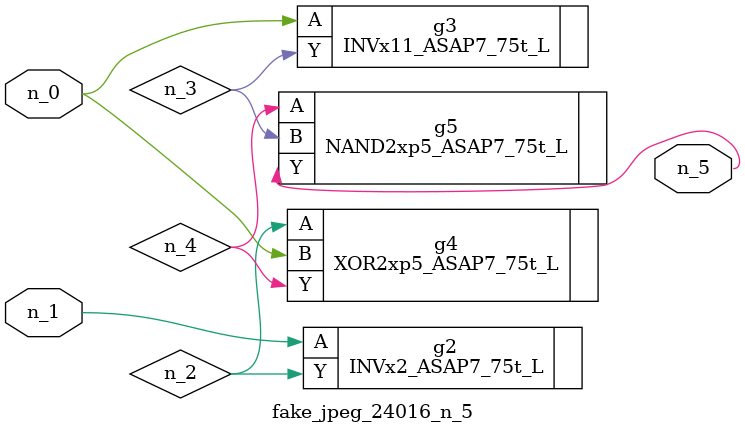
<source format=v>
module fake_jpeg_24016_n_5 (n_0, n_1, n_5);

input n_0;
input n_1;

output n_5;

wire n_3;
wire n_2;
wire n_4;

INVx2_ASAP7_75t_L g2 ( 
.A(n_1),
.Y(n_2)
);

INVx11_ASAP7_75t_L g3 ( 
.A(n_0),
.Y(n_3)
);

XOR2xp5_ASAP7_75t_L g4 ( 
.A(n_2),
.B(n_0),
.Y(n_4)
);

NAND2xp5_ASAP7_75t_L g5 ( 
.A(n_4),
.B(n_3),
.Y(n_5)
);


endmodule
</source>
